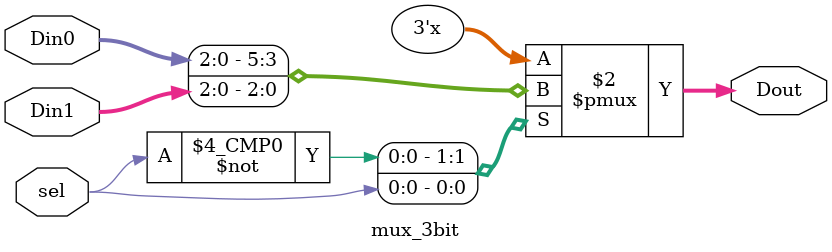
<source format=sv>
module mux_3bit (input logic [2:0] Din0,
					  input logic [2:0] Din1,
					  input logic sel,
					  output logic [2:0] Dout);
				 
	    always_comb
		 begin
		    case (sel)
			 1'b0: Dout=Din0;
			 1'b1: Dout=Din1;
			 endcase
		 end

endmodule 
</source>
